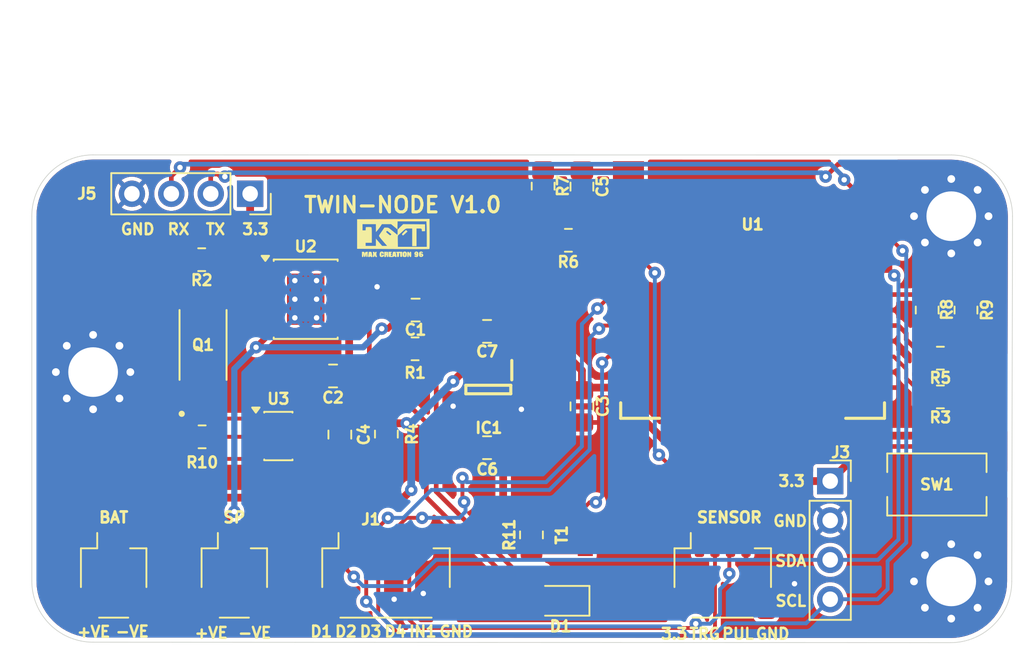
<source format=kicad_pcb>
(kicad_pcb (version 20241229) (generator "pcbnew") (generator_version "9.0")
  (layers (0 "F.Cu" signal) (2 "B.Cu" signal) (13 "F.Paste" user) (15 "B.Paste" user) (5 "F.SilkS" user "F.Silkscreen") (7 "B.SilkS" user "B.Silkscreen") (1 "F.Mask" user) (3 "B.Mask" user) (25 "Edge.Cuts" user))
  (net 0 "")
  (net 1 "/SOLAR_PANNEL")
  (net 2 "GND")
  (net 3 "/BAT")
  (net 4 "/3.3V")
  (net 5 "Net-(U3-VCC)")
  (net 6 "/RST")
  (net 7 "Net-(D1-A)")
  (net 8 "Net-(D1-K)")
  (net 10 "/D2{slash}SCL")
  (net 11 "/D3{slash}TRIG")
  (net 12 "/D1{slash}SDA")
  (net 13 "/D4")
  (net 14 "/IN1{slash}ECHO")
  (net 15 "/US_PWR")
  (net 16 "/TX")
  (net 17 "/RX")
  (net 18 "Net-(U3-OC)")
  (net 20 "Net-(U3-OD)")
  (net 21 "Net-(Q1-Pad5)")
  (net 23 "Net-(U2-PROG)")
  (net 24 "/GPIO15")
  (net 25 "/GPIO2")
  (net 26 "/EN")
  (net 27 "/GPIO0")
  (net 28 "Net-(U3-CS)")
  (net 29 "/MOS")
  (net 39 "Net-(R9-Pad2)")
  (footprint "Resistor_SMD:R_0805_2012Metric_Pad1.20x1.40mm_HandSolder" (layer "F.Cu") (at 172.4 69.8)
    (property "Reference" "R5")
    (property "Value" "12k")
  )
  (footprint "Capacitor_SMD:C_0805_2012Metric_Pad1.18x1.45mm_HandSolder" (layer "F.Cu") (at 138.58 66.7)
    (property "Reference" "C1")
    (property "Value" "10uF")
  )
  (footprint "Resistor_SMD:R_0805_2012Metric_Pad1.20x1.40mm_HandSolder" (layer "F.Cu") (at 148.43 62.2 180)
    (property "Reference" "R6")
    (property "Value" "12k")
  )
  (footprint "Connector_JST:JST_SH_SM06B-SRSS-TB_1x06-1MP_P1.00mm_Horizontal" (layer "F.Cu") (at 136.675 83.85)
    (property "Reference" "J1")
    (property "Value" "01x06")
  )
  (footprint "Resistor_SMD:R_0805_2012Metric_Pad1.20x1.40mm_HandSolder" (layer "F.Cu") (at 138.55 69.2)
    (property "Reference" "R1")
    (property "Value" "1k")
  )
  (footprint "Resistor_SMD:R_0805_2012Metric_Pad1.20x1.40mm_HandSolder" (layer "F.Cu") (at 124.8 63.45 180)
    (property "Reference" "R2")
    (property "Value" "2k")
  )
  (footprint "Resistor_SMD:R_0805_2012Metric_Pad1.20x1.40mm_HandSolder" (layer "F.Cu") (at 124.825 74.875 180)
    (property "Reference" "R10")
    (property "Value" "1k")
  )
  (footprint "RT9080-33GJ5:SOT94P280X100-5N" (layer "F.Cu") (at 143.2675 71.825 -90)
    (property "Reference" "IC1")
    (property "Value" "RT9080-33GJ5")
  )
  (footprint "Resistor_SMD:R_0805_2012Metric_Pad1.20x1.40mm_HandSolder" (layer "F.Cu") (at 146.8 58.7075 -90)
    (property "Reference" "R7")
    (property "Value" "12k")
  )
  (footprint "Resistor_SMD:R_0805_2012Metric_Pad1.20x1.40mm_HandSolder" (layer "F.Cu") (at 146.05 81.2 -90)
    (property "Reference" "R11")
    (property "Value" "12k")
  )
  (footprint "LED_SMD:LED_0805_2012Metric_Pad1.15x1.40mm_HandSolder" (layer "F.Cu") (at 147.925 85.45 180)
    (property "Reference" "D1")
    (property "Value" "LED_BLUE")
  )
  (footprint "Capacitor_SMD:C_0805_2012Metric_Pad1.18x1.45mm_HandSolder" (layer "F.Cu") (at 149.3 58.7375 -90)
    (property "Reference" "C5")
    (property "Value" "100uF")
  )
  (footprint "MountingHole:MountingHole_3.2mm_M3_Pad_Via" (layer "F.Cu") (at 117.8 70.7)
    (property "Reference" "H2" (hide yes))
    (property "Value" "MH")
  )
  (footprint "SI2301CDS-T1-GE3:SOT-23" (layer "F.Cu") (at 150.534 81.2)
    (property "Reference" "T1")
    (property "Value" "SI2301CDS-T1-GE3")
    (property "REFERENCE" "SI2301CDS-T1-GE3" (hide yes))
  )
  (footprint "Capacitor_SMD:C_0805_2012Metric_Pad1.18x1.45mm_HandSolder" (layer "F.Cu") (at 143.1875 75.575 180)
    (property "Reference" "C6")
    (property "Value" "10uF")
  )
  (footprint "Capacitor_SMD:C_0805_2012Metric_Pad1.18x1.45mm_HandSolder" (layer "F.Cu") (at 143.1875 68.075 180)
    (property "Reference" "C7")
    (property "Value" "10uF")
  )
  (footprint "FS8205A:SOP65P640X120-8N" (layer "F.Cu") (at 124.885 68.95 90)
    (property "Reference" "Q1")
    (property "Value" "FS8205A")
  )
  (footprint "Capacitor_SMD:C_0805_2012Metric_Pad1.18x1.45mm_HandSolder" (layer "F.Cu") (at 149.3 72.9125 -90)
    (property "Reference" "C3")
    (property "Value" "100uF")
  )
  (footprint "Package_SO:SOIC-8-1EP_3.9x4.9mm_P1.27mm_EP2.41x3.3mm_ThermalVias" (layer "F.Cu") (at 131.5 66)
    (property "Reference" "U2")
    (property "Value" "TP4056-42-ESOP8" (hide yes))
  )
  (footprint "Connector_JST:JST_SH_SM02B-SRSS-TB_1x02-1MP_P1.00mm_Horizontal" (layer "F.Cu") (at 119.125 83.85)
    (property "Reference" "BAT")
    (property "Value" "01x02")
  )
  (footprint "MountingHole:MountingHole_3.2mm_M3_Pad_Via" (layer "F.Cu") (at 173.1 84.2)
    (property "Reference" "H1" (hide yes))
    (property "Value" "MH")
  )
  (footprint "Connector_PinSocket_2.54mm:PinSocket_1x04_P2.54mm_Vertical" (layer "F.Cu") (at 127.92 59.2 -90)
    (property "Reference" "J5")
    (property "Value" "01x04")
  )
  (footprint "Resistor_SMD:R_0805_2012Metric_Pad1.20x1.40mm_HandSolder" (layer "F.Cu") (at 172.4 72.3)
    (property "Reference" "R3")
    (property "Value" "12k")
  )
  (footprint "Connector_PinSocket_2.54mm:PinSocket_1x04_P2.54mm_Vertical" (layer "F.Cu") (at 165.3 77.73)
    (property "Reference" "J3")
    (property "Value" "01x04")
  )
  (footprint "Capacitor_SMD:C_0805_2012Metric_Pad1.18x1.45mm_HandSolder" (layer "F.Cu") (at 133.7 74.73 90)
    (property "Reference" "C4")
    (property "Value" "0.1uF")
  )
  (footprint "Package_TO_SOT_SMD:SOT-23-6" (layer "F.Cu") (at 129.7375 74.825)
    (property "Reference" "U3")
    (property "Value" "DW01A")
  )
  (footprint "Resistor_SMD:R_0805_2012Metric_Pad1.20x1.40mm_HandSolder" (layer "F.Cu") (at 136.7 74.7 -90)
    (property "Reference" "R4")
    (property "Value" "100")
  )
  (footprint "Capacitor_SMD:C_0805_2012Metric_Pad1.18x1.45mm_HandSolder" (layer "F.Cu") (at 133.2625 70.95 180)
    (property "Reference" "C2")
    (property "Value" "10uF")
  )
  (footprint "MountingHole:MountingHole_3.2mm_M3_Pad_Via" (layer "F.Cu") (at 173.102944 60.647056)
    (property "Reference" "H3" (hide yes))
    (property "Value" "MH")
  )
  (footprint "Button_Switch_SMD:SW_Tactile_SPST_NO_Straight_CK_PTS636Sx25SMTRLFS" (layer "F.Cu") (at 172.175 77.95)
    (property "Reference" "SW1")
    (property "Value" "BOOT")
  )
  (footprint "Resistor_SMD:R_0805_2012Metric_Pad1.20x1.40mm_HandSolder" (layer "F.Cu") (at 174.05 66.7 -90)
    (property "Reference" "R9")
    (property "Value" "47k")
  )
  (footprint "ESP-12F:ESP-12F" (layer "F.Cu") (at 160.3 61.18)
    (property "Reference" "U1")
    (property "Value" "ESP-12F")
  )
  (footprint "LOGO" (layer "F.Cu") (at 137.302206 62.060745)
    (property "Reference" "G***" (hide yes))
    (property "Value" "LOGO" (hide yes))
  )
  (footprint "Connector_JST:JST_SH_SM02B-SRSS-TB_1x02-1MP_P1.00mm_Horizontal" (layer "F.Cu") (at 126.9 83.85)
    (property "Reference" "SP")
    (property "Value" "01x02")
  )
  (footprint "Connector_JST:JST_SH_SM04B-SRSS-TB_1x04-1MP_P1.00mm_Horizontal" (layer "F.Cu") (at 158.375 83.85)
    (property "Reference" "SENSOR")
    (property "Value" "01x04")
  )
  (footprint "Resistor_SMD:R_0805_2012Metric_Pad1.20x1.40mm_HandSolder" (layer "F.Cu") (at 171.55 66.7 -90)
    (property "Reference" "R8")
    (property "Value" "12k")
  )
  (gr_line (start 113.850006 84.17) (end 113.85 60.6431) (stroke (width 0.05)) (layer "Edge.Cuts"))
  (gr_line (start 117.800006 88.119999) (end 173.05 88.15) (stroke (width 0.05)) (layer "Edge.Cuts"))
  (gr_line (start 177.05 60.65) (end 177 84.2) (stroke (width 0.05)) (layer "Edge.Cuts"))
  (gr_line (start 117.8 56.693074) (end 173.1 56.7) (stroke (width 0.05)) (layer "Edge.Cuts"))
  (gr_arc (start 173.1 56.7) (mid 175.893072 57.856928) (end 177.05 60.65) (stroke (width 0.05)) (layer "Edge.Cuts"))
  (gr_arc (start 113.85 60.643074) (mid 115.006937 57.850019) (end 117.8 56.693074) (stroke (width 0.05)) (layer "Edge.Cuts"))
  (gr_arc (start 177 84.2) (mid 175.843072 86.993072) (end 173.05 88.15) (stroke (width 0.05)) (layer "Edge.Cuts"))
  (gr_arc (start 117.800006 88.12) (mid 115.00693 86.963074) (end 113.850006 84.17) (stroke (width 0.05)) (layer "Edge.Cuts"))
  (gr_text "TWIN-NODE V1.0\n" (at 131.288096 60.5 0) (layer "F.SilkS") (effects (font (size 1 1) (thickness 0.2) (bold yes)) (justify left bottom)))
  (gr_text "-VE\n" (at 127.06 87.93 0) (layer "F.SilkS") (effects (font (size 0.7 0.7) (thickness 0.16) (bold yes)) (justify left bottom)))
  (gr_text "D3\n\n" (at 134.893715 88.97 0) (layer "F.SilkS") (effects (font (size 0.7 0.7) (thickness 0.16) (bold yes)) (justify left bottom)))
  (gr_text "GND" (at 160.42 87.99 0) (layer "F.SilkS") (effects (font (size 0.7 0.7) (thickness 0.16) (bold yes)) (justify left bottom)))
  (gr_text "D2\n\n" (at 133.303048 88.97 0) (layer "F.SilkS") (effects (font (size 0.7 0.7) (thickness 0.16) (bold yes)) (justify left bottom)))
  (gr_text "GND" (at 161.547142 80.716667 0) (layer "F.SilkS") (effects (font (size 0.7 0.7) (thickness 0.16) (bold yes)) (justify left bottom)))
  (gr_text "GND" (at 119.5 61.9 0) (layer "F.SilkS") (effects (font (size 0.7 0.7) (thickness 0.16) (bold yes)) (justify left bottom)))
  (gr_text "D1\n\n" (at 131.712381 88.97 0) (layer "F.SilkS") (effects (font (size 0.7 0.7) (thickness 0.16) (bold yes)) (justify left bottom)))
  (gr_text "RX\n" (at 122.513096 61.9 0) (layer "F.SilkS") (effects (font (size 0.7 0.7) (thickness 0.16) (bold yes)) (justify left bottom)))
  (gr_text "TRG" (at 156.146667 87.99 0) (layer "F.SilkS") (effects (font (size 0.7 0.7) (thickness 0.16) (bold yes)) (justify left bottom)))
  (gr_text "3.3\n" (at 154.31 87.99 0) (layer "F.SilkS") (effects (font (size 0.7 0.7) (thickness 0.16) (bold yes)) (justify left bottom)))
  (gr_text "3.3\n" (at 161.880477 78.14 0) (layer "F.SilkS") (effects (font (size 0.7 0.7) (thickness 0.16) (bold yes)) (justify left bottom)))
  (gr_text "SDA" (at 161.666191 83.293333 0) (layer "F.SilkS") (effects (font (size 0.7 0.7) (thickness 0.16) (bold yes)) (justify left bottom)))
  (gr_text "-VE\n" (at 119.17 87.84 0) (layer "F.SilkS") (effects (font (size 0.7 0.7) (thickness 0.16) (bold yes)) (justify left bottom)))
  (gr_text "GND" (at 140.032381 87.843039 0) (layer "F.SilkS") (effects (font (size 0.7 0.7) (thickness 0.16) (bold yes)) (justify left bottom)))
  (gr_text "+VE\n" (at 124.26 87.93 0) (layer "F.SilkS") (effects (font (size 0.7 0.7) (thickness 0.16) (bold yes)) (justify left bottom)))
  (gr_text "+VE\n" (at 116.68 87.86 0) (layer "F.SilkS") (effects (font (size 0.7 0.7) (thickness 0.16) (bold yes)) (justify left bottom)))
  (gr_text "SCL" (at 161.69 85.87 0) (layer "F.SilkS") (effects (font (size 0.7 0.7) (thickness 0.16) (bold yes)) (justify left bottom)))
  (gr_text "PUL" (at 158.25 87.99 0) (layer "F.SilkS") (effects (font (size 0.7 0.7) (thickness 0.16) (bold yes)) (justify left bottom)))
  (gr_text "TX" (at 124.978572 61.9 0) (layer "F.SilkS") (effects (font (size 0.7 0.7) (thickness 0.16) (bold yes)) (justify left bottom)))
  (gr_text "D4\n\n" (at 136.484381 88.97 0) (layer "F.SilkS") (effects (font (size 0.7 0.7) (thickness 0.16) (bold yes)) (justify left bottom)))
  (gr_text "IN1" (at 138.075048 87.843039 0) (layer "F.SilkS") (effects (font (size 0.7 0.7) (thickness 0.16) (bold yes)) (justify left bottom)))
  (gr_text "3.3\n" (at 127.325 61.9 0) (layer "F.SilkS") (effects (font (size 0.7 0.7) (thickness 0.16) (bold yes)) (justify left bottom)))
  (segment (start 133.975 64.095) (end 136.595 64.095) (width 0.4) (layer "F.Cu") (net 1))
  (segment (start 129.025 67.905) (end 129.025 68.375) (width 0.4) (layer "F.Cu") (net 1))
  (segment (start 137.5425 66.7) (end 137.5425 69.1925) (width 0.4) (layer "F.Cu") (net 1))
  (segment (start 136.4 67.9) (end 136.8 67.9) (width 0.4) (layer "F.Cu") (net 1))
  (segment (start 136.595 64.095) (end 137.5425 65.0425) (width 0.4) (layer "F.Cu") (net 1))
  (segment (start 126.9 79.7) (end 126.4 80.2) (width 0.4) (layer "F.Cu") (net 1))
  (segment (start 137.5425 69.1925) (end 137.55 69.2) (width 0.4) (layer "F.Cu") (net 1))
  (segment (start 129.025 68.375) (end 128.3 69.1) (width 0.4) (layer "F.Cu") (net 1))
  (segment (start 137.5425 65.0425) (end 137.5425 66.7) (width 0.4) (layer "F.Cu") (net 1))
  (segment (start 137.5425 67.1575) (end 136.8 67.9) (width 0.4) (layer "F.Cu") (net 1))
  (segment (start 137.5425 66.7) (end 137.5425 67.1575) (width 0.4) (layer "F.Cu") (net 1))
  (segment (start 126.4 80.2) (end 126.4 81.85) (width 0.4) (layer "F.Cu") (net 1))
  (via (at 128.3 69.1) (size 0.8) (drill 0.35) (layers "F.Cu" "B.Cu") (net 1))
  (via (at 126.9 79.7) (size 0.8) (drill 0.35) (layers "F.Cu" "B.Cu") (net 1))
  (via (at 136.4 67.9) (size 0.8) (drill 0.35) (layers "F.Cu" "B.Cu") (net 1))
  (segment (start 128.3 69.1) (end 126.9 70.5) (width 0.4) (layer "B.Cu") (net 1))
  (segment (start 135.2 69.1) (end 136.4 67.9) (width 0.4) (layer "B.Cu") (net 1))
  (segment (start 126.9 70.5) (end 126.9 79.7) (width 0.4) (layer "B.Cu") (net 1))
  (segment (start 128.3 69.1) (end 135.2 69.1) (width 0.4) (layer "B.Cu") (net 1))
  (segment (start 142.15 68.45) (end 143.2675 69.5675) (width 0.3) (layer "F.Cu") (net 2))
  (segment (start 139.175 84.879596) (end 139.077298 84.977298) (width 0.25) (layer "F.Cu") (net 2))
  (segment (start 143.2675 69.5675) (end 143.2675 70.575) (width 0.3) (layer "F.Cu") (net 2))
  (segment (start 142.15 68.075) (end 142.15 68.45) (width 0.3) (layer "F.Cu") (net 2))
  (segment (start 139.175 81.85) (end 139.175 84.879596) (width 0.25) (layer "F.Cu") (net 2))
  (via (at 137.2 85.35) (size 0.8) (drill 0.35) (layers "F.Cu" "B.Cu") (net 2))
  (via (at 141 72.9) (size 0.8) (drill 0.35) (layers "F.Cu" "B.Cu") (net 2))
  (via (at 163 84.35) (size 0.8) (drill 0.35) (layers "F.Cu" "B.Cu") (net 2))
  (via (at 136.1 65.2) (size 0.8) (drill 0.35) (layers "F.Cu" "B.Cu") (net 2))
  (via (at 145.4 73.1) (size 0.8) (drill 0.35) (layers "F.Cu" "B.Cu") (net 2))
  (via (at 139.077298 84.977298) (size 0.8) (drill 0.35) (layers "F.Cu" "B.Cu") (net 2))
  (segment (start 139.077298 84.977298) (end 138.201591 85.853005) (width 0.25) (layer "B.Cu") (net 2))
  (segment (start 138.201591 85.853005) (end 137.653004 85.853005) (width 0.25) (layer "B.Cu") (net 2))
  (segment (start 137.2 85.35) (end 137.2 85.400001) (width 0.25) (layer "B.Cu") (net 2))
  (segment (start 137.2 85.400001) (end 137.653004 85.853005) (width 0.25) (layer "B.Cu") (net 2))
  (segment (start 142.7 71.7) (end 142.3 71.3) (width 0.5) (layer "F.Cu") (net 3))
  (segment (start 141.725 70.575) (end 141 71.3) (width 0.5) (layer "F.Cu") (net 3))
  (segment (start 136.7 72) (end 135.65 70.95) (width 0.5) (layer "F.Cu") (net 3))
  (segment (start 144.2075 70.575) (end 144.2075 68.0925) (width 0.5) (layer "F.Cu") (net 3))
  (segment (start 138 74) (end 137 74) (width 0.5) (layer "F.Cu") (net 3))
  (segment (start 144.2075 70.575) (end 144.2075 71.4925) (width 0.5) (layer "F.Cu") (net 3))
  (segment (start 120.900001 78.8) (end 134.9 78.8) (width 0.5) (layer "F.Cu") (net 3))
  (segment (start 134.9 78.8) (end 137.8 78.8) (width 0.5) (layer "F.Cu") (net 3))
  (segment (start 144.2075 71.4925) (end 144 71.7) (width 0.5) (layer "F.Cu") (net 3))
  (segment (start 134.3 68.23) (end 133.975 67.905) (width 0.5) (layer "F.Cu") (net 3))
  (segment (start 144 71.7) (end 142.7 71.7) (width 0.5) (layer "F.Cu") (net 3))
  (segment (start 118.625 81.85) (end 118.625 81.075001) (width 0.5) (layer "F.Cu") (net 3))
  (segment (start 142.3 71.3) (end 142.3 70.6025) (width 0.5) (layer "F.Cu") (net 3))
  (segment (start 134.3 70.95) (end 134.3 68.23) (width 0.5) (layer "F.Cu") (net 3))
  (segment (start 137 74) (end 136.7 73.7) (width 0.5) (layer "F.Cu") (net 3))
  (segment (start 142.3 70.6025) (end 142.3275 70.575) (width 0.5) (layer "F.Cu") (net 3))
  (segment (start 137.8 78.8) (end 138.3 78.3) (width 0.5) (layer "F.Cu") (net 3))
  (segment (start 136.7 73.7) (end 136.7 72) (width 0.5) (layer "F.Cu") (net 3))
  (segment (start 142.3275 70.575) (end 141.725 70.575) (width 0.5) (layer "F.Cu") (net 3))
  (segment (start 135.65 70.95) (end 134.3 70.95) (width 0.5) (layer "F.Cu") (net 3))
  (segment (start 144.2075 68.0925) (end 144.225 68.075) (width 0.5) (layer "F.Cu") (net 3))
  (segment (start 118.625 81.075001) (end 120.900001 78.8) (width 0.5) (layer "F.Cu") (net 3))
  (via (at 138 74) (size 0.8) (drill 0.35) (layers "F.Cu" "B.Cu") (net 3))
  (via (at 138.3 78.3) (size 0.8) (drill 0.35) (layers "F.Cu" "B.Cu") (net 3))
  (via (at 141 71.3) (size 0.8) (drill 0.35) (layers "F.Cu" "B.Cu") (net 3))
  (segment (start 138.3 74.3) (end 138 74) (width 0.5) (layer "B.Cu") (net 3))
  (segment (start 138.3 75.5) (end 138.3 74.3) (width 0.5) (layer "B.Cu") (net 3))
  (segment (start 138.3 74) (end 141 71.3) (width 0.5) (layer "B.Cu") (net 3))
  (segment (start 138.3 78.3) (end 138.3 75.5) (width 0.5) (layer "B.Cu") (net 3))
  (segment (start 138.3 75.5) (end 138.3 74) (width 0.5) (layer "B.Cu") (net 3))
  (segment (start 145.325 71.875) (end 149.3 71.875) (width 0.5) (layer "F.Cu") (net 4))
  (segment (start 147.43 60.3375) (end 146.8 59.7075) (width 0.5) (layer "F.Cu") (net 4))
  (segment (start 165.3 77.73) (end 157.23 77.73) (width 0.5) (layer "F.Cu") (net 4))
  (segment (start 147.43 68.73) (end 149.3 70.6) (width 0.5) (layer "F.Cu") (net 4))
  (segment (start 128.4275 59.7075) (end 127.92 59.2) (width 0.5) (layer "F.Cu") (net 4))
  (segment (start 173.4 69.8) (end 174.2 69.8) (width 0.5) (layer "F.Cu") (net 4))
  (segment (start 173.4 69.8) (end 173.4 69.55) (width 0.5) (layer "F.Cu") (net 4))
  (segment (start 149.3 70.6) (end 149.3 71.875) (width 0.5) (layer "F.Cu") (net 4))
  (segment (start 168.23 74.8) (end 165.3 77.73) (width 0.5) (layer "F.Cu") (net 4))
  (segment (start 171.5 67.8) (end 171.5 67.3) (width 0.25) (layer "F.Cu") (net 4))
  (segment (start 144.2075 73.075) (end 144.2075 72.9925) (width 0.5) (layer "F.Cu") (net 4))
  (segment (start 149.4832 82.2) (end 149.518 82.1652) (width 0.5) (layer "F.Cu") (net 4))
  (segment (start 152.3 72.8) (end 152.3 71.7) (width 0.5) (layer "F.Cu") (net 4))
  (segment (start 127.92 59.2) (end 127.92 60.92) (width 0.5) (layer "F.Cu") (net 4))
  (segment (start 144.2075 73.075) (end 144.2075 75.5575) (width 0.5) (layer "F.Cu") (net 4))
  (segment (start 146.8 60.2) (end 146.8 59.7075) (width 0.5) (layer "F.Cu") (net 4))
  (segment (start 175.6 71.2) (end 175.6 73.9) (width 0.5) (layer "F.Cu") (net 4))
  (segment (start 144.225 80.375) (end 144.225 75.575) (width 0.5) (layer "F.Cu") (net 4))
  (segment (start 157.23 77.73) (end 152.3 72.8) (width 0.5) (layer "F.Cu") (net 4))
  (segment (start 173.4 69.55) (end 171.55 67.7) (width 0.5) (layer "F.Cu") (net 4))
  (segment (start 146.05 82.2) (end 149.4832 82.2) (width 0.5) (layer "F.Cu") (net 4))
  (segment (start 128.3 61.3) (end 145.7 61.3) (width 0.5) (layer "F.Cu") (net 4))
  (segment (start 144.2075 75.5575) (end 144.225 75.575) (width 0.5) (layer "F.Cu") (net 4))
  (segment (start 127.92 60.92) (end 128.3 61.3) (width 0.5) (layer "F.Cu") (net 4))
  (segment (start 144.2075 72.9925) (end 145.325 71.875) (width 0.5) (layer "F.Cu") (net 4))
  (segment (start 174.2 69.8) (end 175.6 71.2) (width 0.5) (layer "F.Cu") (net 4))
  (segment (start 146.05 82.2) (end 144.225 80.375) (width 0.5) (layer "F.Cu") (net 4))
  (segment (start 145.7 61.3) (end 146.8 60.2) (width 0.5) (layer "F.Cu") (net 4))
  (segment (start 175.6 73.9) (end 174.7 74.8) (width 0.5) (layer "F.Cu") (net 4))
  (segment (start 147.43 62.2) (end 147.43 68.73) (width 0.5) (layer "F.Cu") (net 4))
  (segment (start 147.43 62.2) (end 147.43 60.3375) (width 0.5) (layer "F.Cu") (net 4))
  (segment (start 174.7 74.8) (end 168.23 74.8) (width 0.5) (layer "F.Cu") (net 4))
  (segment (start 149.475 71.7) (end 149.3 71.875) (width 0.5) (layer "F.Cu") (net 4))
  (segment (start 152.3 71.7) (end 149.475 71.7) (width 0.5) (layer "F.Cu") (net 4))
  (segment (start 133.9 75.7) (end 136.7 75.7) (width 0.25) (layer "F.Cu") (net 5))
  (segment (start 133.7 75.7675) (end 133.8325 75.7675) (width 0.25) (layer "F.Cu") (net 5))
  (segment (start 133.8325 75.7675) (end 133.9 75.7) (width 0.25) (layer "F.Cu") (net 5))
  (segment (start 132.7575 74.825) (end 133.7 75.7675) (width 0.25) (layer "F.Cu") (net 5))
  (segment (start 130.875 74.825) (end 132.7575 74.825) (width 0.25) (layer "F.Cu") (net 5))
  (segment (start 149.3 57.7) (end 146.8075 57.7) (width 0.25) (layer "F.Cu") (net 6))
  (segment (start 146.8075 57.7) (end 146.8 57.7075) (width 0.25) (layer "F.Cu") (net 6))
  (segment (start 149.3 57.7) (end 152.3 57.7) (width 0.25) (layer "F.Cu") (net 6))
  (segment (start 137.5 72.18) (end 139.274 73.954) (width 0.3) (layer "F.Cu") (net 7))
  (segment (start 139.274 73.954) (end 139.274 78.774) (width 0.3) (layer "F.Cu") (net 7))
  (segment (start 133.975 65.365) (end 134.949999 65.365) (width 0.3) (layer "F.Cu") (net 7))
  (segment (start 135.6 69.65) (end 137.5 71.55) (width 0.3) (layer "F.Cu") (net 7))
  (segment (start 146.4 84.1) (end 146.9 84.6) (width 0.3) (layer "F.Cu") (net 7))
  (segment (start 135.6 66.015001) (end 135.6 69.65) (width 0.3) (layer "F.Cu") (net 7))
  (segment (start 137.5 71.55) (end 137.5 72.18) (width 0.3) (layer "F.Cu") (net 7))
  (segment (start 134.949999 65.365) (end 135.6 66.015001) (width 0.3) (layer "F.Cu") (net 7))
  (segment (start 139.274 78.774) (end 144.6 84.1) (width 0.3) (layer "F.Cu") (net 7))
  (segment (start 144.6 84.1) (end 146.4 84.1) (width 0.3) (layer "F.Cu") (net 7))
  (segment (start 146.9 84.6) (end 146.9 85.45) (width 0.3) (layer "F.Cu") (net 7))
  (segment (start 139.91 70.41) (end 139.55 70.05) (width 0.3) (layer "F.Cu") (net 8))
  (segment (start 139.91 78.41) (end 139.91 70.41) (width 0.3) (layer "F.Cu") (net 8))
  (segment (start 144.89574 83.39574) (end 139.91 78.41) (width 0.3) (layer "F.Cu") (net 8))
  (segment (start 139.55 70.05) (end 139.55 69.2) (width 0.3) (layer "F.Cu") (net 8))
  (segment (start 146.89574 83.39574) (end 144.89574 83.39574) (width 0.3) (layer "F.Cu") (net 8))
  (segment (start 148.95 85.45) (end 146.89574 83.39574) (width 0.3) (layer "F.Cu") (net 8))
  (segment (start 135.175 81.85) (end 135.175 83.349) (width 0.25) (layer "F.Cu") (net 10))
  (segment (start 168.3 61.7) (end 168.789521 61.7) (width 0.25) (layer "F.Cu") (net 10))
  (segment (start 135.4 83.574) (end 135.4 85.5) (width 0.25) (layer "F.Cu") (net 10))
  (segment (start 135.175 83.349) (end 135.4 83.574) (width 0.25) (layer "F.Cu") (net 10))
  (segment (start 168.789521 61.7) (end 169.959559 62.870038) (width 0.25) (layer "F.Cu") (net 10))
  (via (at 169.959559 62.870038) (size 0.8) (drill 0.35) (layers "F.Cu" "B.Cu") (net 10))
  (via (at 135.4 85.5) (size 0.8) (drill 0.35) (layers "F.Cu" "B.Cu") (net 10))
  (segment (start 135.4 85.5) (end 137 87.1) (width 0.25) (layer "B.Cu") (net 10))
  (segment (start 170.2 63.110479) (end 170.2 81.7) (width 0.25) (layer "B.Cu") (net 10))
  (segment (start 168.35 85.35) (end 165.3 85.35) (width 0.25) (layer "B.Cu") (net 10))
  (segment (start 170.2 81.7) (end 169 82.9) (width 0.25) (layer "B.Cu") (net 10))
  (segment (start 155.6 87.1) (end 156.206186 87.706186) (width 0.25) (layer "B.Cu") (net 10))
  (segment (start 158.6 86.9) (end 163.75 86.9) (width 0.25) (layer "B.Cu") (net 10))
  (segment (start 169.959559 62.870038) (end 170.2 63.110479) (width 0.25) (layer "B.Cu") (net 10))
  (segment (start 137 87.1) (end 155.6 87.1) (width 0.25) (layer "B.Cu") (net 10))
  (segment (start 157.793814 87.706186) (end 158.6 86.9) (width 0.25) (layer "B.Cu") (net 10))
  (segment (start 169 82.9) (end 169 84.7) (width 0.25) (layer "B.Cu") (net 10))
  (segment (start 163.75 86.9) (end 165.3 85.35) (width 0.25) (layer "B.Cu") (net 10))
  (segment (start 169 84.7) (end 168.35 85.35) (width 0.25) (layer "B.Cu") (net 10))
  (segment (start 156.206186 87.706186) (end 157.793814 87.706186) (width 0.25) (layer "B.Cu") (net 10))
  (segment (start 136.175 81.85) (end 136.175 86.275) (width 0.25) (layer "F.Cu") (net 11))
  (segment (start 150.4 67.9) (end 150.6 67.7) (width 0.25) (layer "F.Cu") (net 11))
  (segment (start 157.394815 87.705185) (end 157.875 87.225) (width 0.25) (layer "F.Cu") (net 11))
  (segment (start 137.604753 87.704753) (end 138.400106 87.705185) (width 0.25) (layer "F.Cu") (net 11))
  (segment (start 136.8 80.1) (end 136.175 80.725) (width 0.25) (layer "F.Cu") (net 11))
  (segment (start 150.6 67.7) (end 152.3 67.7) (width 0.25) (layer "F.Cu") (net 11))
  (segment (start 136.175 80.725) (end 136.175 81.85) (width 0.25) (layer "F.Cu") (net 11))
  (segment (start 136.175 86.275) (end 137.604753 87.704753) (width 0.25) (layer "F.Cu") (net 11))
  (segment (start 138.400106 87.705185) (end 157.394815 87.705185) (width 0.25) (layer "F.Cu") (net 11))
  (segment (start 157.875 87.225) (end 157.875 81.85) (width 0.25) (layer "F.Cu") (net 11))
  (via (at 150.4 67.9) (size 0.8) (drill 0.35) (layers "F.Cu" "B.Cu") (net 11))
  (via (at 136.8 80.1) (size 0.8) (drill 0.35) (layers "F.Cu" "B.Cu") (net 11))
  (segment (start 139.6 78.3) (end 137.8 80.1) (width 0.25) (layer "B.Cu") (net 11))
  (segment (start 150.4 67.9) (end 149.8 68.5) (width 0.25) (layer "B.Cu") (net 11))
  (segment (start 147.2 78.3) (end 139.6 78.3) (width 0.25) (layer "B.Cu") (net 11))
  (segment (start 149.8 75.7) (end 147.2 78.3) (width 0.25) (layer "B.Cu") (net 11))
  (segment (start 137.8 80.1) (end 136.8 80.1) (width 0.25) (layer "B.Cu") (net 11))
  (segment (start 149.8 68.5) (end 149.8 75.7) (width 0.25) (layer "B.Cu") (net 11))
  (segment (start 168.3 63.7) (end 168.66287 63.7) (width 0.25) (layer "F.Cu") (net 12))
  (segment (start 134.175 83.475) (end 134.6 83.9) (width 0.25) (layer "F.Cu") (net 12))
  (segment (start 168.66287 63.7) (end 169.425001 64.462131) (width 0.25) (layer "F.Cu") (net 12))
  (segment (start 134.175 81.85) (end 134.175 83.475) (width 0.25) (layer "F.Cu") (net 12))
  (via (at 134.6 83.9) (size 0.8) (drill 0.35) (layers "F.Cu" "B.Cu") (net 12))
  (via (at 169.425001 64.462131) (size 0.8) (drill 0.35) (layers "F.Cu" "B.Cu") (net 12))
  (segment (start 169.699 81.49248) (end 169.699 80.9) (width 0.25) (layer "B.Cu") (net 12))
  (segment (start 135.2 84.5) (end 138.2 84.5) (width 0.25) (layer "B.Cu") (net 12))
  (segment (start 134.6 83.9) (end 135.2 84.5) (width 0.25) (layer "B.Cu") (net 12))
  (segment (start 168.381479 82.81) (end 168.94574 82.24574) (width 0.25) (layer "B.Cu") (net 12))
  (segment (start 139.89 82.81) (end 165.3 82.81) (width 0.25) (layer "B.Cu") (net 12))
  (segment (start 168.94574 82.24574) (end 169.699 81.49248) (width 0.25) (layer "B.Cu") (net 12))
  (segment (start 138.2 84.5) (end 139.89 82.81) (width 0.25) (layer "B.Cu") (net 12))
  (segment (start 169.699 80.9) (end 169.699 64.73613) (width 0.25) (layer "B.Cu") (net 12))
  (segment (start 165.3 82.81) (end 168.381479 82.81) (width 0.25) (layer "B.Cu") (net 12))
  (segment (start 169.699 64.73613) (end 169.425001 64.462131) (width 0.25) (layer "B.Cu") (net 12))
  (segment (start 150.3 66.6) (end 151.2 65.7) (width 0.25) (layer "F.Cu") (net 13))
  (segment (start 137.175 80.925) (end 137.175 81.85) (width 0.25) (layer "F.Cu") (net 13))
  (segment (start 141.6 77.525) (end 141.6 78.968629) (width 0.25) (layer "F.Cu") (net 13))
  (segment (start 139 80.1) (end 138 80.1) (width 0.25) (layer "F.Cu") (net 13))
  (segment (start 141.6 78.968629) (end 141.70637 79.074999) (width 0.25) (layer "F.Cu") (net 13))
  (segment (start 138 80.1) (end 137.175 80.925) (width 0.25) (layer "F.Cu") (net 13))
  (segment (start 151.2 65.7) (end 152.3 65.7) (width 0.25) (layer "F.Cu") (net 13))
  (via (at 141.70637 79.074999) (size 0.8) (drill 0.35) (layers "F.Cu" "B.Cu") (net 13))
  (via (at 150.3 66.6) (size 0.8) (drill 0.35) (layers "F.Cu" "B.Cu") (net 13))
  (via (at 139 80.1) (size 0.8) (drill 0.35) (layers "F.Cu" "B.Cu") (net 13))
  (via (at 141.6 77.525) (size 0.8) (drill 0.35) (layers "F.Cu" "B.Cu") (net 13))
  (segment (start 141.2 80.1) (end 139 80.1) (width 0.25) (layer "B.Cu") (net 13))
  (segment (start 146.99248 77.799) (end 149.299 75.49248) (width 0.25) (layer "B.Cu") (net 13))
  (segment (start 141.70637 79.074999) (end 141.8 79.168629) (width 0.25) (layer "B.Cu") (net 13))
  (segment (start 141.4 80.1) (end 141.2 80.1) (width 0.25) (layer "B.Cu") (net 13))
  (segment (start 141.8 79.7) (end 141.4 80.1) (width 0.25) (layer "B.Cu") (net 13))
  (segment (start 149.299 67.601) (end 150.3 66.6) (width 0.25) (layer "B.Cu") (net 13))
  (segment (start 141.874 77.799) (end 146.99248 77.799) (width 0.25) (layer "B.Cu") (net 13))
  (segment (start 141.8 79.168629) (end 141.8 79.7) (width 0.25) (layer "B.Cu") (net 13))
  (segment (start 141.6 77.525) (end 141.874 77.799) (width 0.25) (layer "B.Cu") (net 13))
  (segment (start 149.299 75.49248) (end 149.299 67.601) (width 0.25) (layer "B.Cu") (net 13))
  (segment (start 152.3 63.7) (end 153.4 63.7) (width 0.25) (layer "F.Cu") (net 14))
  (segment (start 138.175 86.675) (end 138.704185 87.204185) (width 0.25) (layer "F.Cu") (net 14))
  (segment (start 158.8 83.7) (end 158.8 81.925) (width 0.25) (layer "F.Cu") (net 14))
  (segment (start 153.4 63.7) (end 154 64.3) (width 0.25) (layer "F.Cu") (net 14))
  (segment (start 138.704185 87.204185) (end 139.2 87.204185) (width 0.25) (layer "F.Cu") (net 14))
  (segment (start 138.175 81.85) (end 138.175 86.675) (width 0.25) (layer "F.Cu") (net 14))
  (segment (start 154.263603 76.036397) (end 158.875 80.647794) (width 0.25) (layer "F.Cu") (net 14))
  (segment (start 158.875 80.647794) (end 158.875 81.85) (width 0.25) (layer "F.Cu") (net 14))
  (segment (start 158.8 81.925) (end 158.875 81.85) (width 0.25) (layer "F.Cu") (net 14))
  (segment (start 156.362199 87.204185) (end 156.636198 86.930186) (width 0.25) (layer "F.Cu") (net 14))
  (segment (start 139.2 87.204185) (end 156.362199 87.204185) (width 0.25) (layer "F.Cu") (net 14))
  (via (at 158.8 83.7) (size 0.8) (drill 0.35) (layers "F.Cu" "B.Cu") (net 14))
  (via (at 156.636198 86.930186) (size 0.8) (drill 0.35) (layers "F.Cu" "B.Cu") (net 14))
  (via (at 154.263603 76.036397) (size 0.8) (drill 0.35) (layers "F.Cu" "B.Cu") (net 14))
  (via (at 154 64.3) (size 0.8) (drill 0.35) (layers "F.Cu" "B.Cu") (net 14))
  (segment (start 154 75.772794) (end 154.263603 76.036397) (width 0.25) (layer "B.Cu") (net 14))
  (segment (start 157.569814 86.930186) (end 158.2 86.3) (width 0.25) (layer "B.Cu") (net 14))
  (segment (start 156.636198 86.930186) (end 157.569814 86.930186) (width 0.25) (layer "B.Cu") (net 14))
  (segment (start 158.8 84.1) (end 158.8 83.7) (width 0.25) (layer "B.Cu") (net 14))
  (segment (start 158.2 86.3) (end 158.2 84.7) (width 0.25) (layer "B.Cu") (net 14))
  (segment (start 154 64.3) (end 154 75.772794) (width 0.25) (layer "B.Cu") (net 14))
  (segment (start 158.2 84.7) (end 158.8 84.1) (width 0.25) (layer "B.Cu") (net 14))
  (segment (start 156.225 81.2) (end 156.875 81.85) (width 0.4) (layer "F.Cu") (net 15))
  (segment (start 151.55 81.2) (end 156.225 81.2) (width 0.4) (layer "F.Cu") (net 15))
  (segment (start 165.8 57.3) (end 167.9 57.3) (width 0.3) (layer "F.Cu") (net 16))
  (segment (start 167.9 57.3) (end 168.3 57.7) (width 0.3) (layer "F.Cu") (net 16))
  (segment (start 125.84811 57.928112) (end 125.519902 57.928112) (width 0.3) (layer "F.Cu") (net 16))
  (segment (start 125.519902 57.928112) (end 125.38 58.068014) (width 0.3) (layer "F.Cu") (net 16))
  (segment (start 165.005025 58.094975) (end 165.8 57.3) (width 0.3) (layer "F.Cu") (net 16))
  (segment (start 126.29 58.093975) (end 126.013973 58.093975) (width 0.3) (layer "F.Cu") (net 16))
  (segment (start 125.38 58.068014) (end 125.38 59.2) (width 0.3) (layer "F.Cu") (net 16))
  (segment (start 126.013973 58.093975) (end 125.84811 57.928112) (width 0.3) (layer "F.Cu") (net 16))
  (via (at 126.29 58.093975) (size 0.8) (drill 0.35) (layers "F.Cu" "B.Cu") (net 16))
  (via (at 165.005025 58.094975) (size 0.8) (drill 0.35) (layers "F.Cu" "B.Cu") (net 16))
  (segment (start 126.29 58.093975) (end 126.321433 58.125408) (width 0.3) (layer "B.Cu") (net 16))
  (segment (start 126.321433 58.125408) (end 126.419998 58.125408) (width 0.3) (layer "B.Cu") (net 16))
  (segment (start 126.539 57.844975) (end 164.755025 57.844975) (width 0.3) (layer "B.Cu") (net 16))
  (segment (start 164.755025 57.844975) (end 165.005025 58.094975) (width 0.3) (layer "B.Cu") (net 16))
  (segment (start 126.419998 58.125408) (end 126.596406 57.949) (width 0.3) (layer "B.Cu") (net 16))
  (segment (start 126.29 58.093975) (end 126.539 57.844975) (width 0.3) (layer "B.Cu") (net 16))
  (segment (start 122.84 58.064745) (end 123.4 57.504745) (width 0.3) (layer "F.Cu") (net 17))
  (segment (start 167.6 59.7) (end 168.3 59.7) (width 0.3) (layer "F.Cu") (net 17))
  (segment (start 122.84 59.2) (end 122.84 58.064745) (width 0.3) (layer "F.Cu") (net 17))
  (segment (start 166.2 58.3) (end 167.6 59.7) (width 0.3) (layer "F.Cu") (net 17))
  (via (at 123.4 57.504745) (size 0.8) (drill 0.35) (layers "F.Cu" "B.Cu") (net 17))
  (via (at 166.2 58.3) (size 0.8) (drill 0.35) (layers "F.Cu" "B.Cu") (net 17))
  (segment (start 165.336811 57.293975) (end 166.2 58.157164) (width 0.3) (layer "B.Cu") (net 17))
  (segment (start 123.61077 57.293975) (end 165.336811 57.293975) (width 0.3) (layer "B.Cu") (net 17))
  (segment (start 166.2 58.157164) (end 166.2 58.3) (width 0.3) (layer "B.Cu") (net 17))
  (segment (start 123.4 57.504745) (end 123.61077 57.293975) (width 0.3) (layer "B.Cu") (net 17))
  (segment (start 122.6 68.99148) (end 123.49148 68.1) (width 0.25) (layer "F.Cu") (net 18))
  (segment (start 123.49148 68.1) (end 124 68.1) (width 0.25) (layer "F.Cu") (net 18))
  (segment (start 125 64.8) (end 124.8 64.8) (width 0.25) (layer "F.Cu") (net 18))
  (segment (start 123.2 76.3) (end 122.6 75.7) (width 0.25) (layer "F.Cu") (net 18))
  (segment (start 128.6 75.775) (end 128.075 76.3) (width 0.25) (layer "F.Cu") (net 18))
  (segment (start 122.6 75.7) (end 122.6 68.99148) (width 0.25) (layer "F.Cu") (net 18))
  (segment (start 124 68.1) (end 124.56 67.54) (width 0.25) (layer "F.Cu") (net 18))
  (segment (start 125.21 66.07) (end 125.21 65.01) (width 0.25) (layer "F.Cu") (net 18))
  (segment (start 124.56 65.04) (end 124.56 66.07) (width 0.25) (layer "F.Cu") (net 18))
  (segment (start 124.56 67.54) (end 124.56 66.07) (width 0.25) (layer "F.Cu") (net 18))
  (segment (start 124.8 64.8) (end 124.56 65.04) (width 0.25) (layer "F.Cu") (net 18))
  (segment (start 128.075 76.3) (end 123.2 76.3) (width 0.25) (layer "F.Cu") (net 18))
  (segment (start 125.21 65.01) (end 125 64.8) (width 0.25) (layer "F.Cu") (net 18))
  (segment (start 125.21 72.99) (end 125.21 71.83) (width 0.25) (layer "F.Cu") (net 20))
  (segment (start 128.6 73.875) (end 128.425 73.7) (width 0.25) (layer "F.Cu") (net 20))
  (segment (start 125.9 73.7) (end 125.9 73.68) (width 0.25) (layer "F.Cu") (net 20))
  (segment (start 124.56 72.96) (end 124.7 73.1) (width 0.25) (layer "F.Cu") (net 20))
  (segment (start 124.56 71.83) (end 124.56 72.96) (width 0.25) (layer "F.Cu") (net 20))
  (segment (start 125.9 73.68) (end 125.21 72.99) (width 0.25) (layer "F.Cu") (net 20))
  (segment (start 125.1 73.1) (end 125.21 72.99) (width 0.25) (layer "F.Cu") (net 20))
  (segment (start 124.7 73.1) (end 125.1 73.1) (width 0.25) (layer "F.Cu") (net 20))
  (segment (start 128.425 73.7) (end 125.9 73.7) (width 0.25) (layer "F.Cu") (net 20))
  (segment (start 123.334 68.966) (end 123.6 68.7) (width 0.25) (layer "F.Cu") (net 21))
  (segment (start 123.6 68.7) (end 124.6 68.7) (width 0.25) (layer "F.Cu") (net 21))
  (segment (start 123.825 74.875) (end 123.334 74.384) (width 0.25) (layer "F.Cu") (net 21))
  (segment (start 125.86 67.44) (end 125.86 66.07) (width 0.25) (layer "F.Cu") (net 21))
  (segment (start 123.334 74.384) (end 123.334 68.966) (width 0.25) (layer "F.Cu") (net 21))
  (segment (start 124.6 68.7) (end 125.86 67.44) (width 0.25) (layer "F.Cu") (net 21))
  (segment (start 126.95 63.45) (end 125.8 63.45) (width 0.25) (layer "F.Cu") (net 23))
  (segment (start 128.265 65.365) (end 127.4 64.5) (width 0.25) (layer "F.Cu") (net 23))
  (segment (start 127.4 63.9) (end 126.95 63.45) (width 0.25) (layer "F.Cu") (net 23))
  (segment (start 127.4 64.5) (end 127.4 63.9) (width 0.25) (layer "F.Cu") (net 23))
  (segment (start 129.025 65.365) (end 128.265 65.365) (width 0.25) (layer "F.Cu") (net 23))
  (segment (start 170.2 71.1) (end 170.2 70.5) (width 0.25) (layer "F.Cu") (net 24))
  (segment (start 170.2 70.5) (end 169.4 69.7) (width 0.25) (layer "F.Cu") (net 24))
  (segment (start 169.4 69.7) (end 168.3 69.7) (width 0.25) (layer "F.Cu") (net 24))
  (segment (start 171.4 72.3) (end 170.2 71.1) (width 0.25) (layer "F.Cu") (net 24))
  (segment (start 169.7 67.7) (end 168.3 67.7) (width 0.3) (layer "F.Cu") (net 25))
  (segment (start 170.2 68.2) (end 169.7 67.7) (width 0.3) (layer "F.Cu") (net 25))
  (segment (start 171.4 69.8) (end 170.2 68.6) (width 0.3) (layer "F.Cu") (net 25))
  (segment (start 170.2 68.6) (end 170.2 68.2) (width 0.3) (layer "F.Cu") (net 25))
  (segment (start 149.93 61.7) (end 149.43 62.2) (width 0.25) (layer "F.Cu") (net 26))
  (segment (start 152.3 61.7) (end 149.93 61.7) (width 0.25) (layer "F.Cu") (net 26))
  (segment (start 168.3 65.7) (end 171.55 65.7) (width 0.3) (layer "F.Cu") (net 27))
  (segment (start 171.55 65.7) (end 174.05 65.7) (width 0.3) (layer "F.Cu") (net 27))
  (segment (start 125.825 74.875) (end 128.55 74.875) (width 0.25) (layer "F.Cu") (net 28))
  (segment (start 128.55 74.875) (end 128.6 74.825) (width 0.25) (layer "F.Cu") (net 28))
  (segment (start 151 69.7) (end 150.6 70.1) (width 0.25) (layer "F.Cu") (net 29))
  (segment (start 149.8 79.1) (end 149.518 79.382) (width 0.25) (layer "F.Cu") (net 29))
  (segment (start 152.3 69.7) (end 151 69.7) (width 0.25) (layer "F.Cu") (net 29))
  (segment (start 146.0848 80.2348) (end 146.05 80.2) (width 0.25) (layer "F.Cu") (net 29))
  (segment (start 149.518 79.382) (end 149.518 80.2348) (width 0.25) (layer "F.Cu") (net 29))
  (segment (start 150.2 79.1) (end 149.8 79.1) (width 0.25) (layer "F.Cu") (net 29))
  (segment (start 149.518 80.2348) (end 146.0848 80.2348) (width 0.25) (layer "F.Cu") (net 29))
  (via (at 150.2 79.1) (size 0.8) (drill 0.35) (layers "F.Cu" "B.Cu") (net 29))
  (via (at 150.6 70.1) (size 0.8) (drill 0.35) (layers "F.Cu" "B.Cu") (net 29))
  (segment (start 150.6 70.1) (end 150.6 78.7) (width 0.25) (layer "B.Cu") (net 29))
  (segment (start 150.6 78.7) (end 150.2 79.1) (width 0.25) (layer "B.Cu") (net 29))
  (segment (start 174.05 67.7) (end 176.251 69.901) (width 0.3) (layer "F.Cu") (net 39))
  (segment (start 174.920654 75.5) (end 168.8 75.5) (width 0.3) (layer "F.Cu") (net 39))
  (segment (start 176.251 74.169654) (end 174.920654 75.5) (width 0.3) (layer "F.Cu") (net 39))
  (segment (start 168.3 76) (end 168.3 77.95) (width 0.3) (layer "F.Cu") (net 39))
  (segment (start 168.8 75.5) (end 168.3 76) (width 0.3) (layer "F.Cu") (net 39))
  (segment (start 176.251 69.901) (end 176.251 74.169654) (width 0.3) (layer "F.Cu") (net 39))
  (zone (net 2) (net_name "GND") (layers "F.Cu" "B.Cu") (connect_pads (clearance 0.25)) (min_thickness 0.25) (fill yes (thermal_gap 0.25) (thermal_bridge_width 0.3))
    (polygon (pts (xy 111.8 54.7) (xy 177.8 54.7) (xy 177.8 88.9) (xy 111.8 88.7)))
  )
)
</source>
